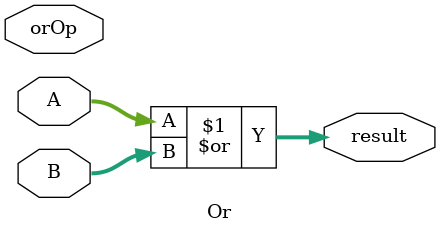
<source format=v>
module Or (
    input wire [0:0] orOp,
    input wire [31:0] A,
    input wire [31:0] B,
    output wire [31:0] result
);

    assign result = A | B;

endmodule
</source>
